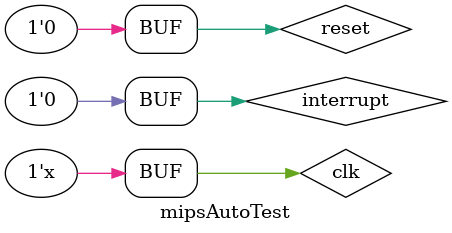
<source format=v>
`timescale 1ns / 1ns


module mipsAutoTest;

    // Inputs
    reg clk;
    reg reset;
	reg interrupt;
    // Output
	wire [31:0]addr;
    // Instantiate the Unit Under Test (UUT)
    mips uut (
        .clk(clk), 
        .reset(reset),
		.interrupt(interrupt),
		.addr(addr)
    );

    initial begin
        // Initialize Inputs
        clk = 0;
        reset = 1;
		interrupt=0;
        // Wait 100 ns for global reset to finish
        #21;
                reset = 0;
        // Add stimulus here

    end
    always#5 clk=~clk;
endmodule


</source>
